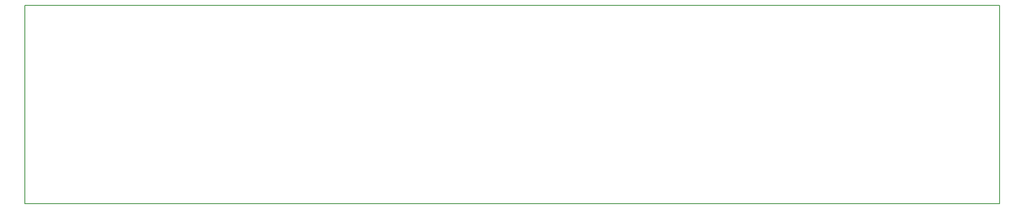
<source format=gm1>
G04 #@! TF.FileFunction,Profile,NP*
%FSLAX46Y46*%
G04 Gerber Fmt 4.6, Leading zero omitted, Abs format (unit mm)*
G04 Created by KiCad (PCBNEW 4.0.2-stable) date 2018-05-22 5:26:57 PM*
%MOMM*%
G01*
G04 APERTURE LIST*
%ADD10C,0.200000*%
%ADD11C,0.150000*%
G04 APERTURE END LIST*
D10*
D11*
X38100000Y-116840000D02*
X38100000Y-76200000D01*
X237490000Y-116840000D02*
X38100000Y-116840000D01*
X237490000Y-76200000D02*
X237490000Y-116840000D01*
X38100000Y-76200000D02*
X237490000Y-76200000D01*
M02*

</source>
